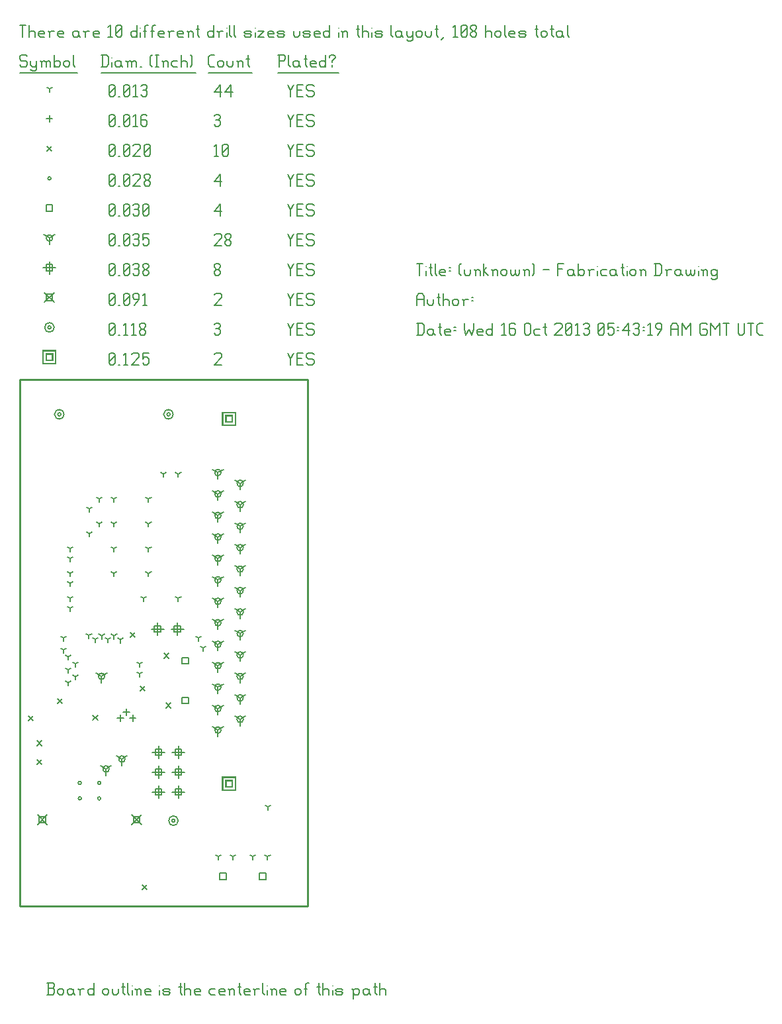
<source format=gbr>
G04 start of page 12 for group -3984 idx -3984 *
G04 Title: (unknown), fab *
G04 Creator: pcb 1.99z *
G04 CreationDate: Wed 16 Oct 2013 05:43:19 AM GMT UTC *
G04 For: commonadmin *
G04 Format: Gerber/RS-274X *
G04 PCB-Dimensions: 200000 300000 *
G04 PCB-Coordinate-Origin: lower left *
%MOIN*%
%FSLAX25Y25*%
%LNFAB*%
%ADD105C,0.0100*%
%ADD104C,0.0075*%
%ADD103C,0.0060*%
%ADD102R,0.0080X0.0080*%
G54D102*X103900Y98200D02*X107100D01*
X103900D02*Y95000D01*
X107100D01*
Y98200D02*Y95000D01*
X102300Y99800D02*X108700D01*
X102300D02*Y93400D01*
X108700D01*
Y99800D02*Y93400D01*
X103900Y281800D02*X107100D01*
X103900D02*Y278600D01*
X107100D01*
Y281800D02*Y278600D01*
X102300Y283400D02*X108700D01*
X102300D02*Y277000D01*
X108700D01*
Y283400D02*Y277000D01*
X13400Y312850D02*X16600D01*
X13400D02*Y309650D01*
X16600D01*
Y312850D02*Y309650D01*
X11800Y314450D02*X18200D01*
X11800D02*Y308050D01*
X18200D01*
Y314450D02*Y308050D01*
G54D103*X135000Y313500D02*X136500Y310500D01*
X138000Y313500D01*
X136500Y310500D02*Y307500D01*
X139800Y310800D02*X142050D01*
X139800Y307500D02*X142800D01*
X139800Y313500D02*Y307500D01*
Y313500D02*X142800D01*
X147600D02*X148350Y312750D01*
X145350Y313500D02*X147600D01*
X144600Y312750D02*X145350Y313500D01*
X144600Y312750D02*Y311250D01*
X145350Y310500D01*
X147600D01*
X148350Y309750D01*
Y308250D01*
X147600Y307500D02*X148350Y308250D01*
X145350Y307500D02*X147600D01*
X144600Y308250D02*X145350Y307500D01*
X98000Y312750D02*X98750Y313500D01*
X101000D01*
X101750Y312750D01*
Y311250D01*
X98000Y307500D02*X101750Y311250D01*
X98000Y307500D02*X101750D01*
X45000Y308250D02*X45750Y307500D01*
X45000Y312750D02*Y308250D01*
Y312750D02*X45750Y313500D01*
X47250D01*
X48000Y312750D01*
Y308250D01*
X47250Y307500D02*X48000Y308250D01*
X45750Y307500D02*X47250D01*
X45000Y309000D02*X48000Y312000D01*
X49800Y307500D02*X50550D01*
X52350Y312300D02*X53550Y313500D01*
Y307500D01*
X52350D02*X54600D01*
X56400Y312750D02*X57150Y313500D01*
X59400D01*
X60150Y312750D01*
Y311250D01*
X56400Y307500D02*X60150Y311250D01*
X56400Y307500D02*X60150D01*
X61950Y313500D02*X64950D01*
X61950D02*Y310500D01*
X62700Y311250D01*
X64200D01*
X64950Y310500D01*
Y308250D01*
X64200Y307500D02*X64950Y308250D01*
X62700Y307500D02*X64200D01*
X61950Y308250D02*X62700Y307500D01*
X76700Y78000D02*G75*G03X78300Y78000I800J0D01*G01*
G75*G03X76700Y78000I-800J0D01*G01*
X75100D02*G75*G03X79900Y78000I2400J0D01*G01*
G75*G03X75100Y78000I-2400J0D01*G01*
X19200Y282500D02*G75*G03X20800Y282500I800J0D01*G01*
G75*G03X19200Y282500I-800J0D01*G01*
X17600D02*G75*G03X22400Y282500I2400J0D01*G01*
G75*G03X17600Y282500I-2400J0D01*G01*
X74200D02*G75*G03X75800Y282500I800J0D01*G01*
G75*G03X74200Y282500I-800J0D01*G01*
X72600D02*G75*G03X77400Y282500I2400J0D01*G01*
G75*G03X72600Y282500I-2400J0D01*G01*
X14200Y326250D02*G75*G03X15800Y326250I800J0D01*G01*
G75*G03X14200Y326250I-800J0D01*G01*
X12600D02*G75*G03X17400Y326250I2400J0D01*G01*
G75*G03X12600Y326250I-2400J0D01*G01*
X135000Y328500D02*X136500Y325500D01*
X138000Y328500D01*
X136500Y325500D02*Y322500D01*
X139800Y325800D02*X142050D01*
X139800Y322500D02*X142800D01*
X139800Y328500D02*Y322500D01*
Y328500D02*X142800D01*
X147600D02*X148350Y327750D01*
X145350Y328500D02*X147600D01*
X144600Y327750D02*X145350Y328500D01*
X144600Y327750D02*Y326250D01*
X145350Y325500D01*
X147600D01*
X148350Y324750D01*
Y323250D01*
X147600Y322500D02*X148350Y323250D01*
X145350Y322500D02*X147600D01*
X144600Y323250D02*X145350Y322500D01*
X98000Y327750D02*X98750Y328500D01*
X100250D01*
X101000Y327750D01*
X100250Y322500D02*X101000Y323250D01*
X98750Y322500D02*X100250D01*
X98000Y323250D02*X98750Y322500D01*
Y325800D02*X100250D01*
X101000Y327750D02*Y326550D01*
Y325050D02*Y323250D01*
Y325050D02*X100250Y325800D01*
X101000Y326550D02*X100250Y325800D01*
X45000Y323250D02*X45750Y322500D01*
X45000Y327750D02*Y323250D01*
Y327750D02*X45750Y328500D01*
X47250D01*
X48000Y327750D01*
Y323250D01*
X47250Y322500D02*X48000Y323250D01*
X45750Y322500D02*X47250D01*
X45000Y324000D02*X48000Y327000D01*
X49800Y322500D02*X50550D01*
X52350Y327300D02*X53550Y328500D01*
Y322500D01*
X52350D02*X54600D01*
X56400Y327300D02*X57600Y328500D01*
Y322500D01*
X56400D02*X58650D01*
X60450Y323250D02*X61200Y322500D01*
X60450Y324450D02*Y323250D01*
Y324450D02*X61500Y325500D01*
X62400D01*
X63450Y324450D01*
Y323250D01*
X62700Y322500D02*X63450Y323250D01*
X61200Y322500D02*X62700D01*
X60450Y326550D02*X61500Y325500D01*
X60450Y327750D02*Y326550D01*
Y327750D02*X61200Y328500D01*
X62700D01*
X63450Y327750D01*
Y326550D01*
X62400Y325500D02*X63450Y326550D01*
X56500Y80900D02*X61300Y76100D01*
X56500D02*X61300Y80900D01*
X57300Y80100D02*X60500D01*
X57300D02*Y76900D01*
X60500D01*
Y80100D02*Y76900D01*
X9100Y80900D02*X13900Y76100D01*
X9100D02*X13900Y80900D01*
X9900Y80100D02*X13100D01*
X9900D02*Y76900D01*
X13100D01*
Y80100D02*Y76900D01*
X12600Y343650D02*X17400Y338850D01*
X12600D02*X17400Y343650D01*
X13400Y342850D02*X16600D01*
X13400D02*Y339650D01*
X16600D01*
Y342850D02*Y339650D01*
X135000Y343500D02*X136500Y340500D01*
X138000Y343500D01*
X136500Y340500D02*Y337500D01*
X139800Y340800D02*X142050D01*
X139800Y337500D02*X142800D01*
X139800Y343500D02*Y337500D01*
Y343500D02*X142800D01*
X147600D02*X148350Y342750D01*
X145350Y343500D02*X147600D01*
X144600Y342750D02*X145350Y343500D01*
X144600Y342750D02*Y341250D01*
X145350Y340500D01*
X147600D01*
X148350Y339750D01*
Y338250D01*
X147600Y337500D02*X148350Y338250D01*
X145350Y337500D02*X147600D01*
X144600Y338250D02*X145350Y337500D01*
X98000Y342750D02*X98750Y343500D01*
X101000D01*
X101750Y342750D01*
Y341250D01*
X98000Y337500D02*X101750Y341250D01*
X98000Y337500D02*X101750D01*
X45000Y338250D02*X45750Y337500D01*
X45000Y342750D02*Y338250D01*
Y342750D02*X45750Y343500D01*
X47250D01*
X48000Y342750D01*
Y338250D01*
X47250Y337500D02*X48000Y338250D01*
X45750Y337500D02*X47250D01*
X45000Y339000D02*X48000Y342000D01*
X49800Y337500D02*X50550D01*
X52350Y338250D02*X53100Y337500D01*
X52350Y342750D02*Y338250D01*
Y342750D02*X53100Y343500D01*
X54600D01*
X55350Y342750D01*
Y338250D01*
X54600Y337500D02*X55350Y338250D01*
X53100Y337500D02*X54600D01*
X52350Y339000D02*X55350Y342000D01*
X57900Y337500D02*X60150Y340500D01*
Y342750D02*Y340500D01*
X59400Y343500D02*X60150Y342750D01*
X57900Y343500D02*X59400D01*
X57150Y342750D02*X57900Y343500D01*
X57150Y342750D02*Y341250D01*
X57900Y340500D01*
X60150D01*
X61950Y342300D02*X63150Y343500D01*
Y337500D01*
X61950D02*X64200D01*
X80000Y95700D02*Y89300D01*
X76800Y92500D02*X83200D01*
X78400Y94100D02*X81600D01*
X78400D02*Y90900D01*
X81600D01*
Y94100D02*Y90900D01*
X70000Y95700D02*Y89300D01*
X66800Y92500D02*X73200D01*
X68400Y94100D02*X71600D01*
X68400D02*Y90900D01*
X71600D01*
Y94100D02*Y90900D01*
X80000Y105700D02*Y99300D01*
X76800Y102500D02*X83200D01*
X78400Y104100D02*X81600D01*
X78400D02*Y100900D01*
X81600D01*
Y104100D02*Y100900D01*
X70000Y105700D02*Y99300D01*
X66800Y102500D02*X73200D01*
X68400Y104100D02*X71600D01*
X68400D02*Y100900D01*
X71600D01*
Y104100D02*Y100900D01*
X80000Y115700D02*Y109300D01*
X76800Y112500D02*X83200D01*
X78400Y114100D02*X81600D01*
X78400D02*Y110900D01*
X81600D01*
Y114100D02*Y110900D01*
X70000Y115700D02*Y109300D01*
X66800Y112500D02*X73200D01*
X68400Y114100D02*X71600D01*
X68400D02*Y110900D01*
X71600D01*
Y114100D02*Y110900D01*
X79500Y177700D02*Y171300D01*
X76300Y174500D02*X82700D01*
X77900Y176100D02*X81100D01*
X77900D02*Y172900D01*
X81100D01*
Y176100D02*Y172900D01*
X69500Y177700D02*Y171300D01*
X66300Y174500D02*X72700D01*
X67900Y176100D02*X71100D01*
X67900D02*Y172900D01*
X71100D01*
Y176100D02*Y172900D01*
X15000Y359450D02*Y353050D01*
X11800Y356250D02*X18200D01*
X13400Y357850D02*X16600D01*
X13400D02*Y354650D01*
X16600D01*
Y357850D02*Y354650D01*
X135000Y358500D02*X136500Y355500D01*
X138000Y358500D01*
X136500Y355500D02*Y352500D01*
X139800Y355800D02*X142050D01*
X139800Y352500D02*X142800D01*
X139800Y358500D02*Y352500D01*
Y358500D02*X142800D01*
X147600D02*X148350Y357750D01*
X145350Y358500D02*X147600D01*
X144600Y357750D02*X145350Y358500D01*
X144600Y357750D02*Y356250D01*
X145350Y355500D01*
X147600D01*
X148350Y354750D01*
Y353250D01*
X147600Y352500D02*X148350Y353250D01*
X145350Y352500D02*X147600D01*
X144600Y353250D02*X145350Y352500D01*
X98000Y353250D02*X98750Y352500D01*
X98000Y354450D02*Y353250D01*
Y354450D02*X99050Y355500D01*
X99950D01*
X101000Y354450D01*
Y353250D01*
X100250Y352500D02*X101000Y353250D01*
X98750Y352500D02*X100250D01*
X98000Y356550D02*X99050Y355500D01*
X98000Y357750D02*Y356550D01*
Y357750D02*X98750Y358500D01*
X100250D01*
X101000Y357750D01*
Y356550D01*
X99950Y355500D02*X101000Y356550D01*
X45000Y353250D02*X45750Y352500D01*
X45000Y357750D02*Y353250D01*
Y357750D02*X45750Y358500D01*
X47250D01*
X48000Y357750D01*
Y353250D01*
X47250Y352500D02*X48000Y353250D01*
X45750Y352500D02*X47250D01*
X45000Y354000D02*X48000Y357000D01*
X49800Y352500D02*X50550D01*
X52350Y353250D02*X53100Y352500D01*
X52350Y357750D02*Y353250D01*
Y357750D02*X53100Y358500D01*
X54600D01*
X55350Y357750D01*
Y353250D01*
X54600Y352500D02*X55350Y353250D01*
X53100Y352500D02*X54600D01*
X52350Y354000D02*X55350Y357000D01*
X57150Y357750D02*X57900Y358500D01*
X59400D01*
X60150Y357750D01*
X59400Y352500D02*X60150Y353250D01*
X57900Y352500D02*X59400D01*
X57150Y353250D02*X57900Y352500D01*
Y355800D02*X59400D01*
X60150Y357750D02*Y356550D01*
Y355050D02*Y353250D01*
Y355050D02*X59400Y355800D01*
X60150Y356550D02*X59400Y355800D01*
X61950Y353250D02*X62700Y352500D01*
X61950Y354450D02*Y353250D01*
Y354450D02*X63000Y355500D01*
X63900D01*
X64950Y354450D01*
Y353250D01*
X64200Y352500D02*X64950Y353250D01*
X62700Y352500D02*X64200D01*
X61950Y356550D02*X63000Y355500D01*
X61950Y357750D02*Y356550D01*
Y357750D02*X62700Y358500D01*
X64200D01*
X64950Y357750D01*
Y356550D01*
X63900Y355500D02*X64950Y356550D01*
X99900Y253200D02*Y250000D01*
Y253200D02*X102673Y254800D01*
X99900Y253200D02*X97127Y254800D01*
X98300Y253200D02*G75*G03X101500Y253200I1600J0D01*G01*
G75*G03X98300Y253200I-1600J0D01*G01*
X99900Y242400D02*Y239200D01*
Y242400D02*X102673Y244000D01*
X99900Y242400D02*X97127Y244000D01*
X98300Y242400D02*G75*G03X101500Y242400I1600J0D01*G01*
G75*G03X98300Y242400I-1600J0D01*G01*
X99900Y231600D02*Y228400D01*
Y231600D02*X102673Y233200D01*
X99900Y231600D02*X97127Y233200D01*
X98300Y231600D02*G75*G03X101500Y231600I1600J0D01*G01*
G75*G03X98300Y231600I-1600J0D01*G01*
X99900Y220800D02*Y217600D01*
Y220800D02*X102673Y222400D01*
X99900Y220800D02*X97127Y222400D01*
X98300Y220800D02*G75*G03X101500Y220800I1600J0D01*G01*
G75*G03X98300Y220800I-1600J0D01*G01*
X99900Y210000D02*Y206800D01*
Y210000D02*X102673Y211600D01*
X99900Y210000D02*X97127Y211600D01*
X98300Y210000D02*G75*G03X101500Y210000I1600J0D01*G01*
G75*G03X98300Y210000I-1600J0D01*G01*
X99900Y199200D02*Y196000D01*
Y199200D02*X102673Y200800D01*
X99900Y199200D02*X97127Y200800D01*
X98300Y199200D02*G75*G03X101500Y199200I1600J0D01*G01*
G75*G03X98300Y199200I-1600J0D01*G01*
X99900Y188400D02*Y185200D01*
Y188400D02*X102673Y190000D01*
X99900Y188400D02*X97127Y190000D01*
X98300Y188400D02*G75*G03X101500Y188400I1600J0D01*G01*
G75*G03X98300Y188400I-1600J0D01*G01*
X99900Y177600D02*Y174400D01*
Y177600D02*X102673Y179200D01*
X99900Y177600D02*X97127Y179200D01*
X98300Y177600D02*G75*G03X101500Y177600I1600J0D01*G01*
G75*G03X98300Y177600I-1600J0D01*G01*
X99900Y166800D02*Y163600D01*
Y166800D02*X102673Y168400D01*
X99900Y166800D02*X97127Y168400D01*
X98300Y166800D02*G75*G03X101500Y166800I1600J0D01*G01*
G75*G03X98300Y166800I-1600J0D01*G01*
X99900Y156000D02*Y152800D01*
Y156000D02*X102673Y157600D01*
X99900Y156000D02*X97127Y157600D01*
X98300Y156000D02*G75*G03X101500Y156000I1600J0D01*G01*
G75*G03X98300Y156000I-1600J0D01*G01*
X99900Y145200D02*Y142000D01*
Y145200D02*X102673Y146800D01*
X99900Y145200D02*X97127Y146800D01*
X98300Y145200D02*G75*G03X101500Y145200I1600J0D01*G01*
G75*G03X98300Y145200I-1600J0D01*G01*
X99900Y134400D02*Y131200D01*
Y134400D02*X102673Y136000D01*
X99900Y134400D02*X97127Y136000D01*
X98300Y134400D02*G75*G03X101500Y134400I1600J0D01*G01*
G75*G03X98300Y134400I-1600J0D01*G01*
X99900Y123600D02*Y120400D01*
Y123600D02*X102673Y125200D01*
X99900Y123600D02*X97127Y125200D01*
X98300Y123600D02*G75*G03X101500Y123600I1600J0D01*G01*
G75*G03X98300Y123600I-1600J0D01*G01*
X111100Y247800D02*Y244600D01*
Y247800D02*X113873Y249400D01*
X111100Y247800D02*X108327Y249400D01*
X109500Y247800D02*G75*G03X112700Y247800I1600J0D01*G01*
G75*G03X109500Y247800I-1600J0D01*G01*
X111100Y237000D02*Y233800D01*
Y237000D02*X113873Y238600D01*
X111100Y237000D02*X108327Y238600D01*
X109500Y237000D02*G75*G03X112700Y237000I1600J0D01*G01*
G75*G03X109500Y237000I-1600J0D01*G01*
X111100Y226200D02*Y223000D01*
Y226200D02*X113873Y227800D01*
X111100Y226200D02*X108327Y227800D01*
X109500Y226200D02*G75*G03X112700Y226200I1600J0D01*G01*
G75*G03X109500Y226200I-1600J0D01*G01*
X111100Y215400D02*Y212200D01*
Y215400D02*X113873Y217000D01*
X111100Y215400D02*X108327Y217000D01*
X109500Y215400D02*G75*G03X112700Y215400I1600J0D01*G01*
G75*G03X109500Y215400I-1600J0D01*G01*
X111100Y204600D02*Y201400D01*
Y204600D02*X113873Y206200D01*
X111100Y204600D02*X108327Y206200D01*
X109500Y204600D02*G75*G03X112700Y204600I1600J0D01*G01*
G75*G03X109500Y204600I-1600J0D01*G01*
X111100Y193800D02*Y190600D01*
Y193800D02*X113873Y195400D01*
X111100Y193800D02*X108327Y195400D01*
X109500Y193800D02*G75*G03X112700Y193800I1600J0D01*G01*
G75*G03X109500Y193800I-1600J0D01*G01*
X111100Y183000D02*Y179800D01*
Y183000D02*X113873Y184600D01*
X111100Y183000D02*X108327Y184600D01*
X109500Y183000D02*G75*G03X112700Y183000I1600J0D01*G01*
G75*G03X109500Y183000I-1600J0D01*G01*
X111100Y172200D02*Y169000D01*
Y172200D02*X113873Y173800D01*
X111100Y172200D02*X108327Y173800D01*
X109500Y172200D02*G75*G03X112700Y172200I1600J0D01*G01*
G75*G03X109500Y172200I-1600J0D01*G01*
X111100Y161400D02*Y158200D01*
Y161400D02*X113873Y163000D01*
X111100Y161400D02*X108327Y163000D01*
X109500Y161400D02*G75*G03X112700Y161400I1600J0D01*G01*
G75*G03X109500Y161400I-1600J0D01*G01*
X111100Y150600D02*Y147400D01*
Y150600D02*X113873Y152200D01*
X111100Y150600D02*X108327Y152200D01*
X109500Y150600D02*G75*G03X112700Y150600I1600J0D01*G01*
G75*G03X109500Y150600I-1600J0D01*G01*
X111100Y139800D02*Y136600D01*
Y139800D02*X113873Y141400D01*
X111100Y139800D02*X108327Y141400D01*
X109500Y139800D02*G75*G03X112700Y139800I1600J0D01*G01*
G75*G03X109500Y139800I-1600J0D01*G01*
X111100Y129000D02*Y125800D01*
Y129000D02*X113873Y130600D01*
X111100Y129000D02*X108327Y130600D01*
X109500Y129000D02*G75*G03X112700Y129000I1600J0D01*G01*
G75*G03X109500Y129000I-1600J0D01*G01*
X51500Y109000D02*Y105800D01*
Y109000D02*X54273Y110600D01*
X51500Y109000D02*X48727Y110600D01*
X49900Y109000D02*G75*G03X53100Y109000I1600J0D01*G01*
G75*G03X49900Y109000I-1600J0D01*G01*
X43500Y104000D02*Y100800D01*
Y104000D02*X46273Y105600D01*
X43500Y104000D02*X40727Y105600D01*
X41900Y104000D02*G75*G03X45100Y104000I1600J0D01*G01*
G75*G03X41900Y104000I-1600J0D01*G01*
X41248Y150685D02*Y147485D01*
Y150685D02*X44021Y152285D01*
X41248Y150685D02*X38475Y152285D01*
X39648Y150685D02*G75*G03X42848Y150685I1600J0D01*G01*
G75*G03X39648Y150685I-1600J0D01*G01*
X15000Y371250D02*Y368050D01*
Y371250D02*X17773Y372850D01*
X15000Y371250D02*X12227Y372850D01*
X13400Y371250D02*G75*G03X16600Y371250I1600J0D01*G01*
G75*G03X13400Y371250I-1600J0D01*G01*
X135000Y373500D02*X136500Y370500D01*
X138000Y373500D01*
X136500Y370500D02*Y367500D01*
X139800Y370800D02*X142050D01*
X139800Y367500D02*X142800D01*
X139800Y373500D02*Y367500D01*
Y373500D02*X142800D01*
X147600D02*X148350Y372750D01*
X145350Y373500D02*X147600D01*
X144600Y372750D02*X145350Y373500D01*
X144600Y372750D02*Y371250D01*
X145350Y370500D01*
X147600D01*
X148350Y369750D01*
Y368250D01*
X147600Y367500D02*X148350Y368250D01*
X145350Y367500D02*X147600D01*
X144600Y368250D02*X145350Y367500D01*
X98000Y372750D02*X98750Y373500D01*
X101000D01*
X101750Y372750D01*
Y371250D01*
X98000Y367500D02*X101750Y371250D01*
X98000Y367500D02*X101750D01*
X103550Y368250D02*X104300Y367500D01*
X103550Y369450D02*Y368250D01*
Y369450D02*X104600Y370500D01*
X105500D01*
X106550Y369450D01*
Y368250D01*
X105800Y367500D02*X106550Y368250D01*
X104300Y367500D02*X105800D01*
X103550Y371550D02*X104600Y370500D01*
X103550Y372750D02*Y371550D01*
Y372750D02*X104300Y373500D01*
X105800D01*
X106550Y372750D01*
Y371550D01*
X105500Y370500D02*X106550Y371550D01*
X45000Y368250D02*X45750Y367500D01*
X45000Y372750D02*Y368250D01*
Y372750D02*X45750Y373500D01*
X47250D01*
X48000Y372750D01*
Y368250D01*
X47250Y367500D02*X48000Y368250D01*
X45750Y367500D02*X47250D01*
X45000Y369000D02*X48000Y372000D01*
X49800Y367500D02*X50550D01*
X52350Y368250D02*X53100Y367500D01*
X52350Y372750D02*Y368250D01*
Y372750D02*X53100Y373500D01*
X54600D01*
X55350Y372750D01*
Y368250D01*
X54600Y367500D02*X55350Y368250D01*
X53100Y367500D02*X54600D01*
X52350Y369000D02*X55350Y372000D01*
X57150Y372750D02*X57900Y373500D01*
X59400D01*
X60150Y372750D01*
X59400Y367500D02*X60150Y368250D01*
X57900Y367500D02*X59400D01*
X57150Y368250D02*X57900Y367500D01*
Y370800D02*X59400D01*
X60150Y372750D02*Y371550D01*
Y370050D02*Y368250D01*
Y370050D02*X59400Y370800D01*
X60150Y371550D02*X59400Y370800D01*
X61950Y373500D02*X64950D01*
X61950D02*Y370500D01*
X62700Y371250D01*
X64200D01*
X64950Y370500D01*
Y368250D01*
X64200Y367500D02*X64950Y368250D01*
X62700Y367500D02*X64200D01*
X61950Y368250D02*X62700Y367500D01*
X100900Y51600D02*X104100D01*
X100900D02*Y48400D01*
X104100D01*
Y51600D02*Y48400D01*
X120900Y51600D02*X124100D01*
X120900D02*Y48400D01*
X124100D01*
Y51600D02*Y48400D01*
X81900Y160100D02*X85100D01*
X81900D02*Y156900D01*
X85100D01*
Y160100D02*Y156900D01*
X81900Y140100D02*X85100D01*
X81900D02*Y136900D01*
X85100D01*
Y140100D02*Y136900D01*
X13400Y387850D02*X16600D01*
X13400D02*Y384650D01*
X16600D01*
Y387850D02*Y384650D01*
X135000Y388500D02*X136500Y385500D01*
X138000Y388500D01*
X136500Y385500D02*Y382500D01*
X139800Y385800D02*X142050D01*
X139800Y382500D02*X142800D01*
X139800Y388500D02*Y382500D01*
Y388500D02*X142800D01*
X147600D02*X148350Y387750D01*
X145350Y388500D02*X147600D01*
X144600Y387750D02*X145350Y388500D01*
X144600Y387750D02*Y386250D01*
X145350Y385500D01*
X147600D01*
X148350Y384750D01*
Y383250D01*
X147600Y382500D02*X148350Y383250D01*
X145350Y382500D02*X147600D01*
X144600Y383250D02*X145350Y382500D01*
X98000Y384750D02*X101000Y388500D01*
X98000Y384750D02*X101750D01*
X101000Y388500D02*Y382500D01*
X45000Y383250D02*X45750Y382500D01*
X45000Y387750D02*Y383250D01*
Y387750D02*X45750Y388500D01*
X47250D01*
X48000Y387750D01*
Y383250D01*
X47250Y382500D02*X48000Y383250D01*
X45750Y382500D02*X47250D01*
X45000Y384000D02*X48000Y387000D01*
X49800Y382500D02*X50550D01*
X52350Y383250D02*X53100Y382500D01*
X52350Y387750D02*Y383250D01*
Y387750D02*X53100Y388500D01*
X54600D01*
X55350Y387750D01*
Y383250D01*
X54600Y382500D02*X55350Y383250D01*
X53100Y382500D02*X54600D01*
X52350Y384000D02*X55350Y387000D01*
X57150Y387750D02*X57900Y388500D01*
X59400D01*
X60150Y387750D01*
X59400Y382500D02*X60150Y383250D01*
X57900Y382500D02*X59400D01*
X57150Y383250D02*X57900Y382500D01*
Y385800D02*X59400D01*
X60150Y387750D02*Y386550D01*
Y385050D02*Y383250D01*
Y385050D02*X59400Y385800D01*
X60150Y386550D02*X59400Y385800D01*
X61950Y383250D02*X62700Y382500D01*
X61950Y387750D02*Y383250D01*
Y387750D02*X62700Y388500D01*
X64200D01*
X64950Y387750D01*
Y383250D01*
X64200Y382500D02*X64950Y383250D01*
X62700Y382500D02*X64200D01*
X61950Y384000D02*X64950Y387000D01*
X39300Y89200D02*G75*G03X40900Y89200I800J0D01*G01*
G75*G03X39300Y89200I-800J0D01*G01*
X29500D02*G75*G03X31100Y89200I800J0D01*G01*
G75*G03X29500Y89200I-800J0D01*G01*
Y97000D02*G75*G03X31100Y97000I800J0D01*G01*
G75*G03X29500Y97000I-800J0D01*G01*
X39300D02*G75*G03X40900Y97000I800J0D01*G01*
G75*G03X39300Y97000I-800J0D01*G01*
X14200Y401250D02*G75*G03X15800Y401250I800J0D01*G01*
G75*G03X14200Y401250I-800J0D01*G01*
X135000Y403500D02*X136500Y400500D01*
X138000Y403500D01*
X136500Y400500D02*Y397500D01*
X139800Y400800D02*X142050D01*
X139800Y397500D02*X142800D01*
X139800Y403500D02*Y397500D01*
Y403500D02*X142800D01*
X147600D02*X148350Y402750D01*
X145350Y403500D02*X147600D01*
X144600Y402750D02*X145350Y403500D01*
X144600Y402750D02*Y401250D01*
X145350Y400500D01*
X147600D01*
X148350Y399750D01*
Y398250D01*
X147600Y397500D02*X148350Y398250D01*
X145350Y397500D02*X147600D01*
X144600Y398250D02*X145350Y397500D01*
X98000Y399750D02*X101000Y403500D01*
X98000Y399750D02*X101750D01*
X101000Y403500D02*Y397500D01*
X45000Y398250D02*X45750Y397500D01*
X45000Y402750D02*Y398250D01*
Y402750D02*X45750Y403500D01*
X47250D01*
X48000Y402750D01*
Y398250D01*
X47250Y397500D02*X48000Y398250D01*
X45750Y397500D02*X47250D01*
X45000Y399000D02*X48000Y402000D01*
X49800Y397500D02*X50550D01*
X52350Y398250D02*X53100Y397500D01*
X52350Y402750D02*Y398250D01*
Y402750D02*X53100Y403500D01*
X54600D01*
X55350Y402750D01*
Y398250D01*
X54600Y397500D02*X55350Y398250D01*
X53100Y397500D02*X54600D01*
X52350Y399000D02*X55350Y402000D01*
X57150Y402750D02*X57900Y403500D01*
X60150D01*
X60900Y402750D01*
Y401250D01*
X57150Y397500D02*X60900Y401250D01*
X57150Y397500D02*X60900D01*
X62700Y398250D02*X63450Y397500D01*
X62700Y399450D02*Y398250D01*
Y399450D02*X63750Y400500D01*
X64650D01*
X65700Y399450D01*
Y398250D01*
X64950Y397500D02*X65700Y398250D01*
X63450Y397500D02*X64950D01*
X62700Y401550D02*X63750Y400500D01*
X62700Y402750D02*Y401550D01*
Y402750D02*X63450Y403500D01*
X64950D01*
X65700Y402750D01*
Y401550D01*
X64650Y400500D02*X65700Y401550D01*
X8800Y108700D02*X11200Y106300D01*
X8800D02*X11200Y108700D01*
X8800Y118200D02*X11200Y115800D01*
X8800D02*X11200Y118200D01*
X4300Y130600D02*X6700Y128200D01*
X4300D02*X6700Y130600D01*
X36900Y131000D02*X39300Y128600D01*
X36900D02*X39300Y131000D01*
X60800Y145600D02*X63200Y143200D01*
X60800D02*X63200Y145600D01*
X55800Y172700D02*X58200Y170300D01*
X55800D02*X58200Y172700D01*
X19100Y139300D02*X21500Y136900D01*
X19100D02*X21500Y139300D01*
X72800Y162200D02*X75200Y159800D01*
X72800D02*X75200Y162200D01*
X73800Y137200D02*X76200Y134800D01*
X73800D02*X76200Y137200D01*
X61800Y45700D02*X64200Y43300D01*
X61800D02*X64200Y45700D01*
X13800Y417450D02*X16200Y415050D01*
X13800D02*X16200Y417450D01*
X135000Y418500D02*X136500Y415500D01*
X138000Y418500D01*
X136500Y415500D02*Y412500D01*
X139800Y415800D02*X142050D01*
X139800Y412500D02*X142800D01*
X139800Y418500D02*Y412500D01*
Y418500D02*X142800D01*
X147600D02*X148350Y417750D01*
X145350Y418500D02*X147600D01*
X144600Y417750D02*X145350Y418500D01*
X144600Y417750D02*Y416250D01*
X145350Y415500D01*
X147600D01*
X148350Y414750D01*
Y413250D01*
X147600Y412500D02*X148350Y413250D01*
X145350Y412500D02*X147600D01*
X144600Y413250D02*X145350Y412500D01*
X98000Y417300D02*X99200Y418500D01*
Y412500D01*
X98000D02*X100250D01*
X102050Y413250D02*X102800Y412500D01*
X102050Y417750D02*Y413250D01*
Y417750D02*X102800Y418500D01*
X104300D01*
X105050Y417750D01*
Y413250D01*
X104300Y412500D02*X105050Y413250D01*
X102800Y412500D02*X104300D01*
X102050Y414000D02*X105050Y417000D01*
X45000Y413250D02*X45750Y412500D01*
X45000Y417750D02*Y413250D01*
Y417750D02*X45750Y418500D01*
X47250D01*
X48000Y417750D01*
Y413250D01*
X47250Y412500D02*X48000Y413250D01*
X45750Y412500D02*X47250D01*
X45000Y414000D02*X48000Y417000D01*
X49800Y412500D02*X50550D01*
X52350Y413250D02*X53100Y412500D01*
X52350Y417750D02*Y413250D01*
Y417750D02*X53100Y418500D01*
X54600D01*
X55350Y417750D01*
Y413250D01*
X54600Y412500D02*X55350Y413250D01*
X53100Y412500D02*X54600D01*
X52350Y414000D02*X55350Y417000D01*
X57150Y417750D02*X57900Y418500D01*
X60150D01*
X60900Y417750D01*
Y416250D01*
X57150Y412500D02*X60900Y416250D01*
X57150Y412500D02*X60900D01*
X62700Y413250D02*X63450Y412500D01*
X62700Y417750D02*Y413250D01*
Y417750D02*X63450Y418500D01*
X64950D01*
X65700Y417750D01*
Y413250D01*
X64950Y412500D02*X65700Y413250D01*
X63450Y412500D02*X64950D01*
X62700Y414000D02*X65700Y417000D01*
X57000Y131300D02*Y128100D01*
X55400Y129700D02*X58600D01*
X53800Y134300D02*Y131100D01*
X52200Y132700D02*X55400D01*
X50700Y131300D02*Y128100D01*
X49100Y129700D02*X52300D01*
X15000Y432850D02*Y429650D01*
X13400Y431250D02*X16600D01*
X135000Y433500D02*X136500Y430500D01*
X138000Y433500D01*
X136500Y430500D02*Y427500D01*
X139800Y430800D02*X142050D01*
X139800Y427500D02*X142800D01*
X139800Y433500D02*Y427500D01*
Y433500D02*X142800D01*
X147600D02*X148350Y432750D01*
X145350Y433500D02*X147600D01*
X144600Y432750D02*X145350Y433500D01*
X144600Y432750D02*Y431250D01*
X145350Y430500D01*
X147600D01*
X148350Y429750D01*
Y428250D01*
X147600Y427500D02*X148350Y428250D01*
X145350Y427500D02*X147600D01*
X144600Y428250D02*X145350Y427500D01*
X98000Y432750D02*X98750Y433500D01*
X100250D01*
X101000Y432750D01*
X100250Y427500D02*X101000Y428250D01*
X98750Y427500D02*X100250D01*
X98000Y428250D02*X98750Y427500D01*
Y430800D02*X100250D01*
X101000Y432750D02*Y431550D01*
Y430050D02*Y428250D01*
Y430050D02*X100250Y430800D01*
X101000Y431550D02*X100250Y430800D01*
X45000Y428250D02*X45750Y427500D01*
X45000Y432750D02*Y428250D01*
Y432750D02*X45750Y433500D01*
X47250D01*
X48000Y432750D01*
Y428250D01*
X47250Y427500D02*X48000Y428250D01*
X45750Y427500D02*X47250D01*
X45000Y429000D02*X48000Y432000D01*
X49800Y427500D02*X50550D01*
X52350Y428250D02*X53100Y427500D01*
X52350Y432750D02*Y428250D01*
Y432750D02*X53100Y433500D01*
X54600D01*
X55350Y432750D01*
Y428250D01*
X54600Y427500D02*X55350Y428250D01*
X53100Y427500D02*X54600D01*
X52350Y429000D02*X55350Y432000D01*
X57150Y432300D02*X58350Y433500D01*
Y427500D01*
X57150D02*X59400D01*
X63450Y433500D02*X64200Y432750D01*
X61950Y433500D02*X63450D01*
X61200Y432750D02*X61950Y433500D01*
X61200Y432750D02*Y428250D01*
X61950Y427500D01*
X63450Y430800D02*X64200Y430050D01*
X61200Y430800D02*X63450D01*
X61950Y427500D02*X63450D01*
X64200Y428250D01*
Y430050D02*Y428250D01*
X22000Y170000D02*Y168400D01*
Y170000D02*X23387Y170800D01*
X22000Y170000D02*X20613Y170800D01*
X22000Y164000D02*Y162400D01*
Y164000D02*X23387Y164800D01*
X22000Y164000D02*X20613Y164800D01*
X50700Y169100D02*Y167500D01*
Y169100D02*X52087Y169900D01*
X50700Y169100D02*X49313Y169900D01*
X47600Y171100D02*Y169500D01*
Y171100D02*X48987Y171900D01*
X47600Y171100D02*X46213Y171900D01*
X44400Y169300D02*Y167700D01*
Y169300D02*X45787Y170100D01*
X44400Y169300D02*X43013Y170100D01*
X41300Y171100D02*Y169500D01*
Y171100D02*X42687Y171900D01*
X41300Y171100D02*X39913Y171900D01*
X38100Y169300D02*Y167700D01*
Y169300D02*X39487Y170100D01*
X38100Y169300D02*X36713Y170100D01*
X34900Y171200D02*Y169600D01*
Y171200D02*X36287Y172000D01*
X34900Y171200D02*X33513Y172000D01*
X25500Y215000D02*Y213400D01*
Y215000D02*X26887Y215800D01*
X25500Y215000D02*X24113Y215800D01*
X25500Y210000D02*Y208400D01*
Y210000D02*X26887Y210800D01*
X25500Y210000D02*X24113Y210800D01*
X25500Y202500D02*Y200900D01*
Y202500D02*X26887Y203300D01*
X25500Y202500D02*X24113Y203300D01*
X25500Y197500D02*Y195900D01*
Y197500D02*X26887Y198300D01*
X25500Y197500D02*X24113Y198300D01*
X25500Y190000D02*Y188400D01*
Y190000D02*X26887Y190800D01*
X25500Y190000D02*X24113Y190800D01*
X25500Y185000D02*Y183400D01*
Y185000D02*X26887Y185800D01*
X25500Y185000D02*X24113Y185800D01*
X35000Y222500D02*Y220900D01*
Y222500D02*X36387Y223300D01*
X35000Y222500D02*X33613Y223300D01*
X40000Y227500D02*Y225900D01*
Y227500D02*X41387Y228300D01*
X40000Y227500D02*X38613Y228300D01*
X35000Y235000D02*Y233400D01*
Y235000D02*X36387Y235800D01*
X35000Y235000D02*X33613Y235800D01*
X40000Y240000D02*Y238400D01*
Y240000D02*X41387Y240800D01*
X40000Y240000D02*X38613Y240800D01*
X72500Y252500D02*Y250900D01*
Y252500D02*X73887Y253300D01*
X72500Y252500D02*X71113Y253300D01*
X92500Y165000D02*Y163400D01*
Y165000D02*X93887Y165800D01*
X92500Y165000D02*X91113Y165800D01*
X90000Y170000D02*Y168400D01*
Y170000D02*X91387Y170800D01*
X90000Y170000D02*X88613Y170800D01*
X125000Y85000D02*Y83400D01*
Y85000D02*X126387Y85800D01*
X125000Y85000D02*X123613Y85800D01*
X117500Y60000D02*Y58400D01*
Y60000D02*X118887Y60800D01*
X117500Y60000D02*X116113Y60800D01*
X100000Y60000D02*Y58400D01*
Y60000D02*X101387Y60800D01*
X100000Y60000D02*X98613Y60800D01*
X124900Y60000D02*Y58400D01*
Y60000D02*X126287Y60800D01*
X124900Y60000D02*X123513Y60800D01*
X107400Y60000D02*Y58400D01*
Y60000D02*X108787Y60800D01*
X107400Y60000D02*X106013Y60800D01*
X60500Y152000D02*Y150400D01*
Y152000D02*X61887Y152800D01*
X60500Y152000D02*X59113Y152800D01*
X60500Y157000D02*Y155400D01*
Y157000D02*X61887Y157800D01*
X60500Y157000D02*X59113Y157800D01*
X24500Y160500D02*Y158900D01*
Y160500D02*X25887Y161300D01*
X24500Y160500D02*X23113Y161300D01*
X28000Y157000D02*Y155400D01*
Y157000D02*X29387Y157800D01*
X28000Y157000D02*X26613Y157800D01*
X24500Y154000D02*Y152400D01*
Y154000D02*X25887Y154800D01*
X24500Y154000D02*X23113Y154800D01*
X28000Y150500D02*Y148900D01*
Y150500D02*X29387Y151300D01*
X28000Y150500D02*X26613Y151300D01*
X24500Y147500D02*Y145900D01*
Y147500D02*X25887Y148300D01*
X24500Y147500D02*X23113Y148300D01*
X79900Y252500D02*Y250900D01*
Y252500D02*X81287Y253300D01*
X79900Y252500D02*X78513Y253300D01*
X47400Y240000D02*Y238400D01*
Y240000D02*X48787Y240800D01*
X47400Y240000D02*X46013Y240800D01*
X64900Y240000D02*Y238400D01*
Y240000D02*X66287Y240800D01*
X64900Y240000D02*X63513Y240800D01*
X64900Y227500D02*Y225900D01*
Y227500D02*X66287Y228300D01*
X64900Y227500D02*X63513Y228300D01*
X47400Y227500D02*Y225900D01*
Y227500D02*X48787Y228300D01*
X47400Y227500D02*X46013Y228300D01*
X47400Y215000D02*Y213400D01*
Y215000D02*X48787Y215800D01*
X47400Y215000D02*X46013Y215800D01*
X64900Y215000D02*Y213400D01*
Y215000D02*X66287Y215800D01*
X64900Y215000D02*X63513Y215800D01*
X64900Y202500D02*Y200900D01*
Y202500D02*X66287Y203300D01*
X64900Y202500D02*X63513Y203300D01*
X47400Y202500D02*Y200900D01*
Y202500D02*X48787Y203300D01*
X47400Y202500D02*X46013Y203300D01*
X79900Y190000D02*Y188400D01*
Y190000D02*X81287Y190800D01*
X79900Y190000D02*X78513Y190800D01*
X62400Y190000D02*Y188400D01*
Y190000D02*X63787Y190800D01*
X62400Y190000D02*X61013Y190800D01*
X15000Y446250D02*Y444650D01*
Y446250D02*X16387Y447050D01*
X15000Y446250D02*X13613Y447050D01*
X135000Y448500D02*X136500Y445500D01*
X138000Y448500D01*
X136500Y445500D02*Y442500D01*
X139800Y445800D02*X142050D01*
X139800Y442500D02*X142800D01*
X139800Y448500D02*Y442500D01*
Y448500D02*X142800D01*
X147600D02*X148350Y447750D01*
X145350Y448500D02*X147600D01*
X144600Y447750D02*X145350Y448500D01*
X144600Y447750D02*Y446250D01*
X145350Y445500D01*
X147600D01*
X148350Y444750D01*
Y443250D01*
X147600Y442500D02*X148350Y443250D01*
X145350Y442500D02*X147600D01*
X144600Y443250D02*X145350Y442500D01*
X98000Y444750D02*X101000Y448500D01*
X98000Y444750D02*X101750D01*
X101000Y448500D02*Y442500D01*
X103550Y444750D02*X106550Y448500D01*
X103550Y444750D02*X107300D01*
X106550Y448500D02*Y442500D01*
X45000Y443250D02*X45750Y442500D01*
X45000Y447750D02*Y443250D01*
Y447750D02*X45750Y448500D01*
X47250D01*
X48000Y447750D01*
Y443250D01*
X47250Y442500D02*X48000Y443250D01*
X45750Y442500D02*X47250D01*
X45000Y444000D02*X48000Y447000D01*
X49800Y442500D02*X50550D01*
X52350Y443250D02*X53100Y442500D01*
X52350Y447750D02*Y443250D01*
Y447750D02*X53100Y448500D01*
X54600D01*
X55350Y447750D01*
Y443250D01*
X54600Y442500D02*X55350Y443250D01*
X53100Y442500D02*X54600D01*
X52350Y444000D02*X55350Y447000D01*
X57150Y447300D02*X58350Y448500D01*
Y442500D01*
X57150D02*X59400D01*
X61200Y447750D02*X61950Y448500D01*
X63450D01*
X64200Y447750D01*
X63450Y442500D02*X64200Y443250D01*
X61950Y442500D02*X63450D01*
X61200Y443250D02*X61950Y442500D01*
Y445800D02*X63450D01*
X64200Y447750D02*Y446550D01*
Y445050D02*Y443250D01*
Y445050D02*X63450Y445800D01*
X64200Y446550D02*X63450Y445800D01*
X3000Y463500D02*X3750Y462750D01*
X750Y463500D02*X3000D01*
X0Y462750D02*X750Y463500D01*
X0Y462750D02*Y461250D01*
X750Y460500D01*
X3000D01*
X3750Y459750D01*
Y458250D01*
X3000Y457500D02*X3750Y458250D01*
X750Y457500D02*X3000D01*
X0Y458250D02*X750Y457500D01*
X5550Y460500D02*Y458250D01*
X6300Y457500D01*
X8550Y460500D02*Y456000D01*
X7800Y455250D02*X8550Y456000D01*
X6300Y455250D02*X7800D01*
X5550Y456000D02*X6300Y455250D01*
Y457500D02*X7800D01*
X8550Y458250D01*
X11100Y459750D02*Y457500D01*
Y459750D02*X11850Y460500D01*
X12600D01*
X13350Y459750D01*
Y457500D01*
Y459750D02*X14100Y460500D01*
X14850D01*
X15600Y459750D01*
Y457500D01*
X10350Y460500D02*X11100Y459750D01*
X17400Y463500D02*Y457500D01*
Y458250D02*X18150Y457500D01*
X19650D01*
X20400Y458250D01*
Y459750D02*Y458250D01*
X19650Y460500D02*X20400Y459750D01*
X18150Y460500D02*X19650D01*
X17400Y459750D02*X18150Y460500D01*
X22200Y459750D02*Y458250D01*
Y459750D02*X22950Y460500D01*
X24450D01*
X25200Y459750D01*
Y458250D01*
X24450Y457500D02*X25200Y458250D01*
X22950Y457500D02*X24450D01*
X22200Y458250D02*X22950Y457500D01*
X27000Y463500D02*Y458250D01*
X27750Y457500D01*
X0Y454250D02*X29250D01*
X41750Y463500D02*Y457500D01*
X43700Y463500D02*X44750Y462450D01*
Y458550D01*
X43700Y457500D02*X44750Y458550D01*
X41000Y457500D02*X43700D01*
X41000Y463500D02*X43700D01*
G54D104*X46550Y462000D02*Y461850D01*
G54D103*Y459750D02*Y457500D01*
X50300Y460500D02*X51050Y459750D01*
X48800Y460500D02*X50300D01*
X48050Y459750D02*X48800Y460500D01*
X48050Y459750D02*Y458250D01*
X48800Y457500D01*
X51050Y460500D02*Y458250D01*
X51800Y457500D01*
X48800D02*X50300D01*
X51050Y458250D01*
X54350Y459750D02*Y457500D01*
Y459750D02*X55100Y460500D01*
X55850D01*
X56600Y459750D01*
Y457500D01*
Y459750D02*X57350Y460500D01*
X58100D01*
X58850Y459750D01*
Y457500D01*
X53600Y460500D02*X54350Y459750D01*
X60650Y457500D02*X61400D01*
X65900Y458250D02*X66650Y457500D01*
X65900Y462750D02*X66650Y463500D01*
X65900Y462750D02*Y458250D01*
X68450Y463500D02*X69950D01*
X69200D02*Y457500D01*
X68450D02*X69950D01*
X72500Y459750D02*Y457500D01*
Y459750D02*X73250Y460500D01*
X74000D01*
X74750Y459750D01*
Y457500D01*
X71750Y460500D02*X72500Y459750D01*
X77300Y460500D02*X79550D01*
X76550Y459750D02*X77300Y460500D01*
X76550Y459750D02*Y458250D01*
X77300Y457500D01*
X79550D01*
X81350Y463500D02*Y457500D01*
Y459750D02*X82100Y460500D01*
X83600D01*
X84350Y459750D01*
Y457500D01*
X86150Y463500D02*X86900Y462750D01*
Y458250D01*
X86150Y457500D02*X86900Y458250D01*
X41000Y454250D02*X88700D01*
X96050Y457500D02*X98000D01*
X95000Y458550D02*X96050Y457500D01*
X95000Y462450D02*Y458550D01*
Y462450D02*X96050Y463500D01*
X98000D01*
X99800Y459750D02*Y458250D01*
Y459750D02*X100550Y460500D01*
X102050D01*
X102800Y459750D01*
Y458250D01*
X102050Y457500D02*X102800Y458250D01*
X100550Y457500D02*X102050D01*
X99800Y458250D02*X100550Y457500D01*
X104600Y460500D02*Y458250D01*
X105350Y457500D01*
X106850D01*
X107600Y458250D01*
Y460500D02*Y458250D01*
X110150Y459750D02*Y457500D01*
Y459750D02*X110900Y460500D01*
X111650D01*
X112400Y459750D01*
Y457500D01*
X109400Y460500D02*X110150Y459750D01*
X114950Y463500D02*Y458250D01*
X115700Y457500D01*
X114200Y461250D02*X115700D01*
X95000Y454250D02*X117200D01*
X130750Y463500D02*Y457500D01*
X130000Y463500D02*X133000D01*
X133750Y462750D01*
Y461250D01*
X133000Y460500D02*X133750Y461250D01*
X130750Y460500D02*X133000D01*
X135550Y463500D02*Y458250D01*
X136300Y457500D01*
X140050Y460500D02*X140800Y459750D01*
X138550Y460500D02*X140050D01*
X137800Y459750D02*X138550Y460500D01*
X137800Y459750D02*Y458250D01*
X138550Y457500D01*
X140800Y460500D02*Y458250D01*
X141550Y457500D01*
X138550D02*X140050D01*
X140800Y458250D01*
X144100Y463500D02*Y458250D01*
X144850Y457500D01*
X143350Y461250D02*X144850D01*
X147100Y457500D02*X149350D01*
X146350Y458250D02*X147100Y457500D01*
X146350Y459750D02*Y458250D01*
Y459750D02*X147100Y460500D01*
X148600D01*
X149350Y459750D01*
X146350Y459000D02*X149350D01*
Y459750D02*Y459000D01*
X154150Y463500D02*Y457500D01*
X153400D02*X154150Y458250D01*
X151900Y457500D02*X153400D01*
X151150Y458250D02*X151900Y457500D01*
X151150Y459750D02*Y458250D01*
Y459750D02*X151900Y460500D01*
X153400D01*
X154150Y459750D01*
X157450Y460500D02*Y459750D01*
Y458250D02*Y457500D01*
X155950Y462750D02*Y462000D01*
Y462750D02*X156700Y463500D01*
X158200D01*
X158950Y462750D01*
Y462000D01*
X157450Y460500D02*X158950Y462000D01*
X130000Y454250D02*X160750D01*
X0Y478500D02*X3000D01*
X1500D02*Y472500D01*
X4800Y478500D02*Y472500D01*
Y474750D02*X5550Y475500D01*
X7050D01*
X7800Y474750D01*
Y472500D01*
X10350D02*X12600D01*
X9600Y473250D02*X10350Y472500D01*
X9600Y474750D02*Y473250D01*
Y474750D02*X10350Y475500D01*
X11850D01*
X12600Y474750D01*
X9600Y474000D02*X12600D01*
Y474750D02*Y474000D01*
X15150Y474750D02*Y472500D01*
Y474750D02*X15900Y475500D01*
X17400D01*
X14400D02*X15150Y474750D01*
X19950Y472500D02*X22200D01*
X19200Y473250D02*X19950Y472500D01*
X19200Y474750D02*Y473250D01*
Y474750D02*X19950Y475500D01*
X21450D01*
X22200Y474750D01*
X19200Y474000D02*X22200D01*
Y474750D02*Y474000D01*
X28950Y475500D02*X29700Y474750D01*
X27450Y475500D02*X28950D01*
X26700Y474750D02*X27450Y475500D01*
X26700Y474750D02*Y473250D01*
X27450Y472500D01*
X29700Y475500D02*Y473250D01*
X30450Y472500D01*
X27450D02*X28950D01*
X29700Y473250D01*
X33000Y474750D02*Y472500D01*
Y474750D02*X33750Y475500D01*
X35250D01*
X32250D02*X33000Y474750D01*
X37800Y472500D02*X40050D01*
X37050Y473250D02*X37800Y472500D01*
X37050Y474750D02*Y473250D01*
Y474750D02*X37800Y475500D01*
X39300D01*
X40050Y474750D01*
X37050Y474000D02*X40050D01*
Y474750D02*Y474000D01*
X44550Y477300D02*X45750Y478500D01*
Y472500D01*
X44550D02*X46800D01*
X48600Y473250D02*X49350Y472500D01*
X48600Y477750D02*Y473250D01*
Y477750D02*X49350Y478500D01*
X50850D01*
X51600Y477750D01*
Y473250D01*
X50850Y472500D02*X51600Y473250D01*
X49350Y472500D02*X50850D01*
X48600Y474000D02*X51600Y477000D01*
X59100Y478500D02*Y472500D01*
X58350D02*X59100Y473250D01*
X56850Y472500D02*X58350D01*
X56100Y473250D02*X56850Y472500D01*
X56100Y474750D02*Y473250D01*
Y474750D02*X56850Y475500D01*
X58350D01*
X59100Y474750D01*
G54D104*X60900Y477000D02*Y476850D01*
G54D103*Y474750D02*Y472500D01*
X63150Y477750D02*Y472500D01*
Y477750D02*X63900Y478500D01*
X64650D01*
X62400Y475500D02*X63900D01*
X66900Y477750D02*Y472500D01*
Y477750D02*X67650Y478500D01*
X68400D01*
X66150Y475500D02*X67650D01*
X70650Y472500D02*X72900D01*
X69900Y473250D02*X70650Y472500D01*
X69900Y474750D02*Y473250D01*
Y474750D02*X70650Y475500D01*
X72150D01*
X72900Y474750D01*
X69900Y474000D02*X72900D01*
Y474750D02*Y474000D01*
X75450Y474750D02*Y472500D01*
Y474750D02*X76200Y475500D01*
X77700D01*
X74700D02*X75450Y474750D01*
X80250Y472500D02*X82500D01*
X79500Y473250D02*X80250Y472500D01*
X79500Y474750D02*Y473250D01*
Y474750D02*X80250Y475500D01*
X81750D01*
X82500Y474750D01*
X79500Y474000D02*X82500D01*
Y474750D02*Y474000D01*
X85050Y474750D02*Y472500D01*
Y474750D02*X85800Y475500D01*
X86550D01*
X87300Y474750D01*
Y472500D01*
X84300Y475500D02*X85050Y474750D01*
X89850Y478500D02*Y473250D01*
X90600Y472500D01*
X89100Y476250D02*X90600D01*
X97800Y478500D02*Y472500D01*
X97050D02*X97800Y473250D01*
X95550Y472500D02*X97050D01*
X94800Y473250D02*X95550Y472500D01*
X94800Y474750D02*Y473250D01*
Y474750D02*X95550Y475500D01*
X97050D01*
X97800Y474750D01*
X100350D02*Y472500D01*
Y474750D02*X101100Y475500D01*
X102600D01*
X99600D02*X100350Y474750D01*
G54D104*X104400Y477000D02*Y476850D01*
G54D103*Y474750D02*Y472500D01*
X105900Y478500D02*Y473250D01*
X106650Y472500D01*
X108150Y478500D02*Y473250D01*
X108900Y472500D01*
X113850D02*X116100D01*
X116850Y473250D01*
X116100Y474000D02*X116850Y473250D01*
X113850Y474000D02*X116100D01*
X113100Y474750D02*X113850Y474000D01*
X113100Y474750D02*X113850Y475500D01*
X116100D01*
X116850Y474750D01*
X113100Y473250D02*X113850Y472500D01*
G54D104*X118650Y477000D02*Y476850D01*
G54D103*Y474750D02*Y472500D01*
X120150Y475500D02*X123150D01*
X120150Y472500D02*X123150Y475500D01*
X120150Y472500D02*X123150D01*
X125700D02*X127950D01*
X124950Y473250D02*X125700Y472500D01*
X124950Y474750D02*Y473250D01*
Y474750D02*X125700Y475500D01*
X127200D01*
X127950Y474750D01*
X124950Y474000D02*X127950D01*
Y474750D02*Y474000D01*
X130500Y472500D02*X132750D01*
X133500Y473250D01*
X132750Y474000D02*X133500Y473250D01*
X130500Y474000D02*X132750D01*
X129750Y474750D02*X130500Y474000D01*
X129750Y474750D02*X130500Y475500D01*
X132750D01*
X133500Y474750D01*
X129750Y473250D02*X130500Y472500D01*
X138000Y475500D02*Y473250D01*
X138750Y472500D01*
X140250D01*
X141000Y473250D01*
Y475500D02*Y473250D01*
X143550Y472500D02*X145800D01*
X146550Y473250D01*
X145800Y474000D02*X146550Y473250D01*
X143550Y474000D02*X145800D01*
X142800Y474750D02*X143550Y474000D01*
X142800Y474750D02*X143550Y475500D01*
X145800D01*
X146550Y474750D01*
X142800Y473250D02*X143550Y472500D01*
X149100D02*X151350D01*
X148350Y473250D02*X149100Y472500D01*
X148350Y474750D02*Y473250D01*
Y474750D02*X149100Y475500D01*
X150600D01*
X151350Y474750D01*
X148350Y474000D02*X151350D01*
Y474750D02*Y474000D01*
X156150Y478500D02*Y472500D01*
X155400D02*X156150Y473250D01*
X153900Y472500D02*X155400D01*
X153150Y473250D02*X153900Y472500D01*
X153150Y474750D02*Y473250D01*
Y474750D02*X153900Y475500D01*
X155400D01*
X156150Y474750D01*
G54D104*X160650Y477000D02*Y476850D01*
G54D103*Y474750D02*Y472500D01*
X162900Y474750D02*Y472500D01*
Y474750D02*X163650Y475500D01*
X164400D01*
X165150Y474750D01*
Y472500D01*
X162150Y475500D02*X162900Y474750D01*
X170400Y478500D02*Y473250D01*
X171150Y472500D01*
X169650Y476250D02*X171150D01*
X172650Y478500D02*Y472500D01*
Y474750D02*X173400Y475500D01*
X174900D01*
X175650Y474750D01*
Y472500D01*
G54D104*X177450Y477000D02*Y476850D01*
G54D103*Y474750D02*Y472500D01*
X179700D02*X181950D01*
X182700Y473250D01*
X181950Y474000D02*X182700Y473250D01*
X179700Y474000D02*X181950D01*
X178950Y474750D02*X179700Y474000D01*
X178950Y474750D02*X179700Y475500D01*
X181950D01*
X182700Y474750D01*
X178950Y473250D02*X179700Y472500D01*
X187200Y478500D02*Y473250D01*
X187950Y472500D01*
X191700Y475500D02*X192450Y474750D01*
X190200Y475500D02*X191700D01*
X189450Y474750D02*X190200Y475500D01*
X189450Y474750D02*Y473250D01*
X190200Y472500D01*
X192450Y475500D02*Y473250D01*
X193200Y472500D01*
X190200D02*X191700D01*
X192450Y473250D01*
X195000Y475500D02*Y473250D01*
X195750Y472500D01*
X198000Y475500D02*Y471000D01*
X197250Y470250D02*X198000Y471000D01*
X195750Y470250D02*X197250D01*
X195000Y471000D02*X195750Y470250D01*
Y472500D02*X197250D01*
X198000Y473250D01*
X199800Y474750D02*Y473250D01*
Y474750D02*X200550Y475500D01*
X202050D01*
X202800Y474750D01*
Y473250D01*
X202050Y472500D02*X202800Y473250D01*
X200550Y472500D02*X202050D01*
X199800Y473250D02*X200550Y472500D01*
X204600Y475500D02*Y473250D01*
X205350Y472500D01*
X206850D01*
X207600Y473250D01*
Y475500D02*Y473250D01*
X210150Y478500D02*Y473250D01*
X210900Y472500D01*
X209400Y476250D02*X210900D01*
X212400Y471000D02*X213900Y472500D01*
X218400Y477300D02*X219600Y478500D01*
Y472500D01*
X218400D02*X220650D01*
X222450Y473250D02*X223200Y472500D01*
X222450Y477750D02*Y473250D01*
Y477750D02*X223200Y478500D01*
X224700D01*
X225450Y477750D01*
Y473250D01*
X224700Y472500D02*X225450Y473250D01*
X223200Y472500D02*X224700D01*
X222450Y474000D02*X225450Y477000D01*
X227250Y473250D02*X228000Y472500D01*
X227250Y474450D02*Y473250D01*
Y474450D02*X228300Y475500D01*
X229200D01*
X230250Y474450D01*
Y473250D01*
X229500Y472500D02*X230250Y473250D01*
X228000Y472500D02*X229500D01*
X227250Y476550D02*X228300Y475500D01*
X227250Y477750D02*Y476550D01*
Y477750D02*X228000Y478500D01*
X229500D01*
X230250Y477750D01*
Y476550D01*
X229200Y475500D02*X230250Y476550D01*
X234750Y478500D02*Y472500D01*
Y474750D02*X235500Y475500D01*
X237000D01*
X237750Y474750D01*
Y472500D01*
X239550Y474750D02*Y473250D01*
Y474750D02*X240300Y475500D01*
X241800D01*
X242550Y474750D01*
Y473250D01*
X241800Y472500D02*X242550Y473250D01*
X240300Y472500D02*X241800D01*
X239550Y473250D02*X240300Y472500D01*
X244350Y478500D02*Y473250D01*
X245100Y472500D01*
X247350D02*X249600D01*
X246600Y473250D02*X247350Y472500D01*
X246600Y474750D02*Y473250D01*
Y474750D02*X247350Y475500D01*
X248850D01*
X249600Y474750D01*
X246600Y474000D02*X249600D01*
Y474750D02*Y474000D01*
X252150Y472500D02*X254400D01*
X255150Y473250D01*
X254400Y474000D02*X255150Y473250D01*
X252150Y474000D02*X254400D01*
X251400Y474750D02*X252150Y474000D01*
X251400Y474750D02*X252150Y475500D01*
X254400D01*
X255150Y474750D01*
X251400Y473250D02*X252150Y472500D01*
X260400Y478500D02*Y473250D01*
X261150Y472500D01*
X259650Y476250D02*X261150D01*
X262650Y474750D02*Y473250D01*
Y474750D02*X263400Y475500D01*
X264900D01*
X265650Y474750D01*
Y473250D01*
X264900Y472500D02*X265650Y473250D01*
X263400Y472500D02*X264900D01*
X262650Y473250D02*X263400Y472500D01*
X268200Y478500D02*Y473250D01*
X268950Y472500D01*
X267450Y476250D02*X268950D01*
X272700Y475500D02*X273450Y474750D01*
X271200Y475500D02*X272700D01*
X270450Y474750D02*X271200Y475500D01*
X270450Y474750D02*Y473250D01*
X271200Y472500D01*
X273450Y475500D02*Y473250D01*
X274200Y472500D01*
X271200D02*X272700D01*
X273450Y473250D01*
X276000Y478500D02*Y473250D01*
X276750Y472500D01*
G54D105*X0Y35000D02*X145000D01*
Y300000D01*
X0D01*
Y35000D01*
G54D103*X13675Y-9500D02*X16675D01*
X17425Y-8750D01*
Y-6950D02*Y-8750D01*
X16675Y-6200D02*X17425Y-6950D01*
X14425Y-6200D02*X16675D01*
X14425Y-3500D02*Y-9500D01*
X13675Y-3500D02*X16675D01*
X17425Y-4250D01*
Y-5450D01*
X16675Y-6200D02*X17425Y-5450D01*
X19225Y-7250D02*Y-8750D01*
Y-7250D02*X19975Y-6500D01*
X21475D01*
X22225Y-7250D01*
Y-8750D01*
X21475Y-9500D02*X22225Y-8750D01*
X19975Y-9500D02*X21475D01*
X19225Y-8750D02*X19975Y-9500D01*
X26275Y-6500D02*X27025Y-7250D01*
X24775Y-6500D02*X26275D01*
X24025Y-7250D02*X24775Y-6500D01*
X24025Y-7250D02*Y-8750D01*
X24775Y-9500D01*
X27025Y-6500D02*Y-8750D01*
X27775Y-9500D01*
X24775D02*X26275D01*
X27025Y-8750D01*
X30325Y-7250D02*Y-9500D01*
Y-7250D02*X31075Y-6500D01*
X32575D01*
X29575D02*X30325Y-7250D01*
X37375Y-3500D02*Y-9500D01*
X36625D02*X37375Y-8750D01*
X35125Y-9500D02*X36625D01*
X34375Y-8750D02*X35125Y-9500D01*
X34375Y-7250D02*Y-8750D01*
Y-7250D02*X35125Y-6500D01*
X36625D01*
X37375Y-7250D01*
X41875D02*Y-8750D01*
Y-7250D02*X42625Y-6500D01*
X44125D01*
X44875Y-7250D01*
Y-8750D01*
X44125Y-9500D02*X44875Y-8750D01*
X42625Y-9500D02*X44125D01*
X41875Y-8750D02*X42625Y-9500D01*
X46675Y-6500D02*Y-8750D01*
X47425Y-9500D01*
X48925D01*
X49675Y-8750D01*
Y-6500D02*Y-8750D01*
X52225Y-3500D02*Y-8750D01*
X52975Y-9500D01*
X51475Y-5750D02*X52975D01*
X54475Y-3500D02*Y-8750D01*
X55225Y-9500D01*
G54D104*X56725Y-5000D02*Y-5150D01*
G54D103*Y-7250D02*Y-9500D01*
X58975Y-7250D02*Y-9500D01*
Y-7250D02*X59725Y-6500D01*
X60475D01*
X61225Y-7250D01*
Y-9500D01*
X58225Y-6500D02*X58975Y-7250D01*
X63775Y-9500D02*X66025D01*
X63025Y-8750D02*X63775Y-9500D01*
X63025Y-7250D02*Y-8750D01*
Y-7250D02*X63775Y-6500D01*
X65275D01*
X66025Y-7250D01*
X63025Y-8000D02*X66025D01*
Y-7250D02*Y-8000D01*
G54D104*X70525Y-5000D02*Y-5150D01*
G54D103*Y-7250D02*Y-9500D01*
X72775D02*X75025D01*
X75775Y-8750D01*
X75025Y-8000D02*X75775Y-8750D01*
X72775Y-8000D02*X75025D01*
X72025Y-7250D02*X72775Y-8000D01*
X72025Y-7250D02*X72775Y-6500D01*
X75025D01*
X75775Y-7250D01*
X72025Y-8750D02*X72775Y-9500D01*
X81025Y-3500D02*Y-8750D01*
X81775Y-9500D01*
X80275Y-5750D02*X81775D01*
X83275Y-3500D02*Y-9500D01*
Y-7250D02*X84025Y-6500D01*
X85525D01*
X86275Y-7250D01*
Y-9500D01*
X88825D02*X91075D01*
X88075Y-8750D02*X88825Y-9500D01*
X88075Y-7250D02*Y-8750D01*
Y-7250D02*X88825Y-6500D01*
X90325D01*
X91075Y-7250D01*
X88075Y-8000D02*X91075D01*
Y-7250D02*Y-8000D01*
X96325Y-6500D02*X98575D01*
X95575Y-7250D02*X96325Y-6500D01*
X95575Y-7250D02*Y-8750D01*
X96325Y-9500D01*
X98575D01*
X101125D02*X103375D01*
X100375Y-8750D02*X101125Y-9500D01*
X100375Y-7250D02*Y-8750D01*
Y-7250D02*X101125Y-6500D01*
X102625D01*
X103375Y-7250D01*
X100375Y-8000D02*X103375D01*
Y-7250D02*Y-8000D01*
X105925Y-7250D02*Y-9500D01*
Y-7250D02*X106675Y-6500D01*
X107425D01*
X108175Y-7250D01*
Y-9500D01*
X105175Y-6500D02*X105925Y-7250D01*
X110725Y-3500D02*Y-8750D01*
X111475Y-9500D01*
X109975Y-5750D02*X111475D01*
X113725Y-9500D02*X115975D01*
X112975Y-8750D02*X113725Y-9500D01*
X112975Y-7250D02*Y-8750D01*
Y-7250D02*X113725Y-6500D01*
X115225D01*
X115975Y-7250D01*
X112975Y-8000D02*X115975D01*
Y-7250D02*Y-8000D01*
X118525Y-7250D02*Y-9500D01*
Y-7250D02*X119275Y-6500D01*
X120775D01*
X117775D02*X118525Y-7250D01*
X122575Y-3500D02*Y-8750D01*
X123325Y-9500D01*
G54D104*X124825Y-5000D02*Y-5150D01*
G54D103*Y-7250D02*Y-9500D01*
X127075Y-7250D02*Y-9500D01*
Y-7250D02*X127825Y-6500D01*
X128575D01*
X129325Y-7250D01*
Y-9500D01*
X126325Y-6500D02*X127075Y-7250D01*
X131875Y-9500D02*X134125D01*
X131125Y-8750D02*X131875Y-9500D01*
X131125Y-7250D02*Y-8750D01*
Y-7250D02*X131875Y-6500D01*
X133375D01*
X134125Y-7250D01*
X131125Y-8000D02*X134125D01*
Y-7250D02*Y-8000D01*
X138625Y-7250D02*Y-8750D01*
Y-7250D02*X139375Y-6500D01*
X140875D01*
X141625Y-7250D01*
Y-8750D01*
X140875Y-9500D02*X141625Y-8750D01*
X139375Y-9500D02*X140875D01*
X138625Y-8750D02*X139375Y-9500D01*
X144175Y-4250D02*Y-9500D01*
Y-4250D02*X144925Y-3500D01*
X145675D01*
X143425Y-6500D02*X144925D01*
X150625Y-3500D02*Y-8750D01*
X151375Y-9500D01*
X149875Y-5750D02*X151375D01*
X152875Y-3500D02*Y-9500D01*
Y-7250D02*X153625Y-6500D01*
X155125D01*
X155875Y-7250D01*
Y-9500D01*
G54D104*X157675Y-5000D02*Y-5150D01*
G54D103*Y-7250D02*Y-9500D01*
X159925D02*X162175D01*
X162925Y-8750D01*
X162175Y-8000D02*X162925Y-8750D01*
X159925Y-8000D02*X162175D01*
X159175Y-7250D02*X159925Y-8000D01*
X159175Y-7250D02*X159925Y-6500D01*
X162175D01*
X162925Y-7250D01*
X159175Y-8750D02*X159925Y-9500D01*
X168175Y-7250D02*Y-11750D01*
X167425Y-6500D02*X168175Y-7250D01*
X168925Y-6500D01*
X170425D01*
X171175Y-7250D01*
Y-8750D01*
X170425Y-9500D02*X171175Y-8750D01*
X168925Y-9500D02*X170425D01*
X168175Y-8750D02*X168925Y-9500D01*
X175225Y-6500D02*X175975Y-7250D01*
X173725Y-6500D02*X175225D01*
X172975Y-7250D02*X173725Y-6500D01*
X172975Y-7250D02*Y-8750D01*
X173725Y-9500D01*
X175975Y-6500D02*Y-8750D01*
X176725Y-9500D01*
X173725D02*X175225D01*
X175975Y-8750D01*
X179275Y-3500D02*Y-8750D01*
X180025Y-9500D01*
X178525Y-5750D02*X180025D01*
X181525Y-3500D02*Y-9500D01*
Y-7250D02*X182275Y-6500D01*
X183775D01*
X184525Y-7250D01*
Y-9500D01*
X200750Y328500D02*Y322500D01*
X202700Y328500D02*X203750Y327450D01*
Y323550D01*
X202700Y322500D02*X203750Y323550D01*
X200000Y322500D02*X202700D01*
X200000Y328500D02*X202700D01*
X207800Y325500D02*X208550Y324750D01*
X206300Y325500D02*X207800D01*
X205550Y324750D02*X206300Y325500D01*
X205550Y324750D02*Y323250D01*
X206300Y322500D01*
X208550Y325500D02*Y323250D01*
X209300Y322500D01*
X206300D02*X207800D01*
X208550Y323250D01*
X211850Y328500D02*Y323250D01*
X212600Y322500D01*
X211100Y326250D02*X212600D01*
X214850Y322500D02*X217100D01*
X214100Y323250D02*X214850Y322500D01*
X214100Y324750D02*Y323250D01*
Y324750D02*X214850Y325500D01*
X216350D01*
X217100Y324750D01*
X214100Y324000D02*X217100D01*
Y324750D02*Y324000D01*
X218900Y326250D02*X219650D01*
X218900Y324750D02*X219650D01*
X224150Y328500D02*Y325500D01*
X224900Y322500D01*
X226400Y325500D01*
X227900Y322500D01*
X228650Y325500D01*
Y328500D02*Y325500D01*
X231200Y322500D02*X233450D01*
X230450Y323250D02*X231200Y322500D01*
X230450Y324750D02*Y323250D01*
Y324750D02*X231200Y325500D01*
X232700D01*
X233450Y324750D01*
X230450Y324000D02*X233450D01*
Y324750D02*Y324000D01*
X238250Y328500D02*Y322500D01*
X237500D02*X238250Y323250D01*
X236000Y322500D02*X237500D01*
X235250Y323250D02*X236000Y322500D01*
X235250Y324750D02*Y323250D01*
Y324750D02*X236000Y325500D01*
X237500D01*
X238250Y324750D01*
X242750Y327300D02*X243950Y328500D01*
Y322500D01*
X242750D02*X245000D01*
X249050Y328500D02*X249800Y327750D01*
X247550Y328500D02*X249050D01*
X246800Y327750D02*X247550Y328500D01*
X246800Y327750D02*Y323250D01*
X247550Y322500D01*
X249050Y325800D02*X249800Y325050D01*
X246800Y325800D02*X249050D01*
X247550Y322500D02*X249050D01*
X249800Y323250D01*
Y325050D02*Y323250D01*
X254300Y327750D02*Y323250D01*
Y327750D02*X255050Y328500D01*
X256550D01*
X257300Y327750D01*
Y323250D01*
X256550Y322500D02*X257300Y323250D01*
X255050Y322500D02*X256550D01*
X254300Y323250D02*X255050Y322500D01*
X259850Y325500D02*X262100D01*
X259100Y324750D02*X259850Y325500D01*
X259100Y324750D02*Y323250D01*
X259850Y322500D01*
X262100D01*
X264650Y328500D02*Y323250D01*
X265400Y322500D01*
X263900Y326250D02*X265400D01*
X269600Y327750D02*X270350Y328500D01*
X272600D01*
X273350Y327750D01*
Y326250D01*
X269600Y322500D02*X273350Y326250D01*
X269600Y322500D02*X273350D01*
X275150Y323250D02*X275900Y322500D01*
X275150Y327750D02*Y323250D01*
Y327750D02*X275900Y328500D01*
X277400D01*
X278150Y327750D01*
Y323250D01*
X277400Y322500D02*X278150Y323250D01*
X275900Y322500D02*X277400D01*
X275150Y324000D02*X278150Y327000D01*
X279950Y327300D02*X281150Y328500D01*
Y322500D01*
X279950D02*X282200D01*
X284000Y327750D02*X284750Y328500D01*
X286250D01*
X287000Y327750D01*
X286250Y322500D02*X287000Y323250D01*
X284750Y322500D02*X286250D01*
X284000Y323250D02*X284750Y322500D01*
Y325800D02*X286250D01*
X287000Y327750D02*Y326550D01*
Y325050D02*Y323250D01*
Y325050D02*X286250Y325800D01*
X287000Y326550D02*X286250Y325800D01*
X291500Y323250D02*X292250Y322500D01*
X291500Y327750D02*Y323250D01*
Y327750D02*X292250Y328500D01*
X293750D01*
X294500Y327750D01*
Y323250D01*
X293750Y322500D02*X294500Y323250D01*
X292250Y322500D02*X293750D01*
X291500Y324000D02*X294500Y327000D01*
X296300Y328500D02*X299300D01*
X296300D02*Y325500D01*
X297050Y326250D01*
X298550D01*
X299300Y325500D01*
Y323250D01*
X298550Y322500D02*X299300Y323250D01*
X297050Y322500D02*X298550D01*
X296300Y323250D02*X297050Y322500D01*
X301100Y326250D02*X301850D01*
X301100Y324750D02*X301850D01*
X303650D02*X306650Y328500D01*
X303650Y324750D02*X307400D01*
X306650Y328500D02*Y322500D01*
X309200Y327750D02*X309950Y328500D01*
X311450D01*
X312200Y327750D01*
X311450Y322500D02*X312200Y323250D01*
X309950Y322500D02*X311450D01*
X309200Y323250D02*X309950Y322500D01*
Y325800D02*X311450D01*
X312200Y327750D02*Y326550D01*
Y325050D02*Y323250D01*
Y325050D02*X311450Y325800D01*
X312200Y326550D02*X311450Y325800D01*
X314000Y326250D02*X314750D01*
X314000Y324750D02*X314750D01*
X316550Y327300D02*X317750Y328500D01*
Y322500D01*
X316550D02*X318800D01*
X321350D02*X323600Y325500D01*
Y327750D02*Y325500D01*
X322850Y328500D02*X323600Y327750D01*
X321350Y328500D02*X322850D01*
X320600Y327750D02*X321350Y328500D01*
X320600Y327750D02*Y326250D01*
X321350Y325500D01*
X323600D01*
X328100Y327000D02*Y322500D01*
Y327000D02*X329150Y328500D01*
X330800D01*
X331850Y327000D01*
Y322500D01*
X328100Y325500D02*X331850D01*
X333650Y328500D02*Y322500D01*
Y328500D02*X335900Y325500D01*
X338150Y328500D01*
Y322500D01*
X345650Y328500D02*X346400Y327750D01*
X343400Y328500D02*X345650D01*
X342650Y327750D02*X343400Y328500D01*
X342650Y327750D02*Y323250D01*
X343400Y322500D01*
X345650D01*
X346400Y323250D01*
Y324750D02*Y323250D01*
X345650Y325500D02*X346400Y324750D01*
X344150Y325500D02*X345650D01*
X348200Y328500D02*Y322500D01*
Y328500D02*X350450Y325500D01*
X352700Y328500D01*
Y322500D01*
X354500Y328500D02*X357500D01*
X356000D02*Y322500D01*
X362000Y328500D02*Y323250D01*
X362750Y322500D01*
X364250D01*
X365000Y323250D01*
Y328500D02*Y323250D01*
X366800Y328500D02*X369800D01*
X368300D02*Y322500D01*
X372650D02*X374600D01*
X371600Y323550D02*X372650Y322500D01*
X371600Y327450D02*Y323550D01*
Y327450D02*X372650Y328500D01*
X374600D01*
X200000Y342000D02*Y337500D01*
Y342000D02*X201050Y343500D01*
X202700D01*
X203750Y342000D01*
Y337500D01*
X200000Y340500D02*X203750D01*
X205550D02*Y338250D01*
X206300Y337500D01*
X207800D01*
X208550Y338250D01*
Y340500D02*Y338250D01*
X211100Y343500D02*Y338250D01*
X211850Y337500D01*
X210350Y341250D02*X211850D01*
X213350Y343500D02*Y337500D01*
Y339750D02*X214100Y340500D01*
X215600D01*
X216350Y339750D01*
Y337500D01*
X218150Y339750D02*Y338250D01*
Y339750D02*X218900Y340500D01*
X220400D01*
X221150Y339750D01*
Y338250D01*
X220400Y337500D02*X221150Y338250D01*
X218900Y337500D02*X220400D01*
X218150Y338250D02*X218900Y337500D01*
X223700Y339750D02*Y337500D01*
Y339750D02*X224450Y340500D01*
X225950D01*
X222950D02*X223700Y339750D01*
X227750Y341250D02*X228500D01*
X227750Y339750D02*X228500D01*
X200000Y358500D02*X203000D01*
X201500D02*Y352500D01*
G54D104*X204800Y357000D02*Y356850D01*
G54D103*Y354750D02*Y352500D01*
X207050Y358500D02*Y353250D01*
X207800Y352500D01*
X206300Y356250D02*X207800D01*
X209300Y358500D02*Y353250D01*
X210050Y352500D01*
X212300D02*X214550D01*
X211550Y353250D02*X212300Y352500D01*
X211550Y354750D02*Y353250D01*
Y354750D02*X212300Y355500D01*
X213800D01*
X214550Y354750D01*
X211550Y354000D02*X214550D01*
Y354750D02*Y354000D01*
X216350Y356250D02*X217100D01*
X216350Y354750D02*X217100D01*
X221600Y353250D02*X222350Y352500D01*
X221600Y357750D02*X222350Y358500D01*
X221600Y357750D02*Y353250D01*
X224150Y355500D02*Y353250D01*
X224900Y352500D01*
X226400D01*
X227150Y353250D01*
Y355500D02*Y353250D01*
X229700Y354750D02*Y352500D01*
Y354750D02*X230450Y355500D01*
X231200D01*
X231950Y354750D01*
Y352500D01*
X228950Y355500D02*X229700Y354750D01*
X233750Y358500D02*Y352500D01*
Y354750D02*X236000Y352500D01*
X233750Y354750D02*X235250Y356250D01*
X238550Y354750D02*Y352500D01*
Y354750D02*X239300Y355500D01*
X240050D01*
X240800Y354750D01*
Y352500D01*
X237800Y355500D02*X238550Y354750D01*
X242600D02*Y353250D01*
Y354750D02*X243350Y355500D01*
X244850D01*
X245600Y354750D01*
Y353250D01*
X244850Y352500D02*X245600Y353250D01*
X243350Y352500D02*X244850D01*
X242600Y353250D02*X243350Y352500D01*
X247400Y355500D02*Y353250D01*
X248150Y352500D01*
X248900D01*
X249650Y353250D01*
Y355500D02*Y353250D01*
X250400Y352500D01*
X251150D01*
X251900Y353250D01*
Y355500D02*Y353250D01*
X254450Y354750D02*Y352500D01*
Y354750D02*X255200Y355500D01*
X255950D01*
X256700Y354750D01*
Y352500D01*
X253700Y355500D02*X254450Y354750D01*
X258500Y358500D02*X259250Y357750D01*
Y353250D01*
X258500Y352500D02*X259250Y353250D01*
X263750Y355500D02*X266750D01*
X271250Y358500D02*Y352500D01*
Y358500D02*X274250D01*
X271250Y355800D02*X273500D01*
X278300Y355500D02*X279050Y354750D01*
X276800Y355500D02*X278300D01*
X276050Y354750D02*X276800Y355500D01*
X276050Y354750D02*Y353250D01*
X276800Y352500D01*
X279050Y355500D02*Y353250D01*
X279800Y352500D01*
X276800D02*X278300D01*
X279050Y353250D01*
X281600Y358500D02*Y352500D01*
Y353250D02*X282350Y352500D01*
X283850D01*
X284600Y353250D01*
Y354750D02*Y353250D01*
X283850Y355500D02*X284600Y354750D01*
X282350Y355500D02*X283850D01*
X281600Y354750D02*X282350Y355500D01*
X287150Y354750D02*Y352500D01*
Y354750D02*X287900Y355500D01*
X289400D01*
X286400D02*X287150Y354750D01*
G54D104*X291200Y357000D02*Y356850D01*
G54D103*Y354750D02*Y352500D01*
X293450Y355500D02*X295700D01*
X292700Y354750D02*X293450Y355500D01*
X292700Y354750D02*Y353250D01*
X293450Y352500D01*
X295700D01*
X299750Y355500D02*X300500Y354750D01*
X298250Y355500D02*X299750D01*
X297500Y354750D02*X298250Y355500D01*
X297500Y354750D02*Y353250D01*
X298250Y352500D01*
X300500Y355500D02*Y353250D01*
X301250Y352500D01*
X298250D02*X299750D01*
X300500Y353250D01*
X303800Y358500D02*Y353250D01*
X304550Y352500D01*
X303050Y356250D02*X304550D01*
G54D104*X306050Y357000D02*Y356850D01*
G54D103*Y354750D02*Y352500D01*
X307550Y354750D02*Y353250D01*
Y354750D02*X308300Y355500D01*
X309800D01*
X310550Y354750D01*
Y353250D01*
X309800Y352500D02*X310550Y353250D01*
X308300Y352500D02*X309800D01*
X307550Y353250D02*X308300Y352500D01*
X313100Y354750D02*Y352500D01*
Y354750D02*X313850Y355500D01*
X314600D01*
X315350Y354750D01*
Y352500D01*
X312350Y355500D02*X313100Y354750D01*
X320600Y358500D02*Y352500D01*
X322550Y358500D02*X323600Y357450D01*
Y353550D01*
X322550Y352500D02*X323600Y353550D01*
X319850Y352500D02*X322550D01*
X319850Y358500D02*X322550D01*
X326150Y354750D02*Y352500D01*
Y354750D02*X326900Y355500D01*
X328400D01*
X325400D02*X326150Y354750D01*
X332450Y355500D02*X333200Y354750D01*
X330950Y355500D02*X332450D01*
X330200Y354750D02*X330950Y355500D01*
X330200Y354750D02*Y353250D01*
X330950Y352500D01*
X333200Y355500D02*Y353250D01*
X333950Y352500D01*
X330950D02*X332450D01*
X333200Y353250D01*
X335750Y355500D02*Y353250D01*
X336500Y352500D01*
X337250D01*
X338000Y353250D01*
Y355500D02*Y353250D01*
X338750Y352500D01*
X339500D01*
X340250Y353250D01*
Y355500D02*Y353250D01*
G54D104*X342050Y357000D02*Y356850D01*
G54D103*Y354750D02*Y352500D01*
X344300Y354750D02*Y352500D01*
Y354750D02*X345050Y355500D01*
X345800D01*
X346550Y354750D01*
Y352500D01*
X343550Y355500D02*X344300Y354750D01*
X350600Y355500D02*X351350Y354750D01*
X349100Y355500D02*X350600D01*
X348350Y354750D02*X349100Y355500D01*
X348350Y354750D02*Y353250D01*
X349100Y352500D01*
X350600D01*
X351350Y353250D01*
X348350Y351000D02*X349100Y350250D01*
X350600D01*
X351350Y351000D01*
Y355500D02*Y351000D01*
M02*

</source>
